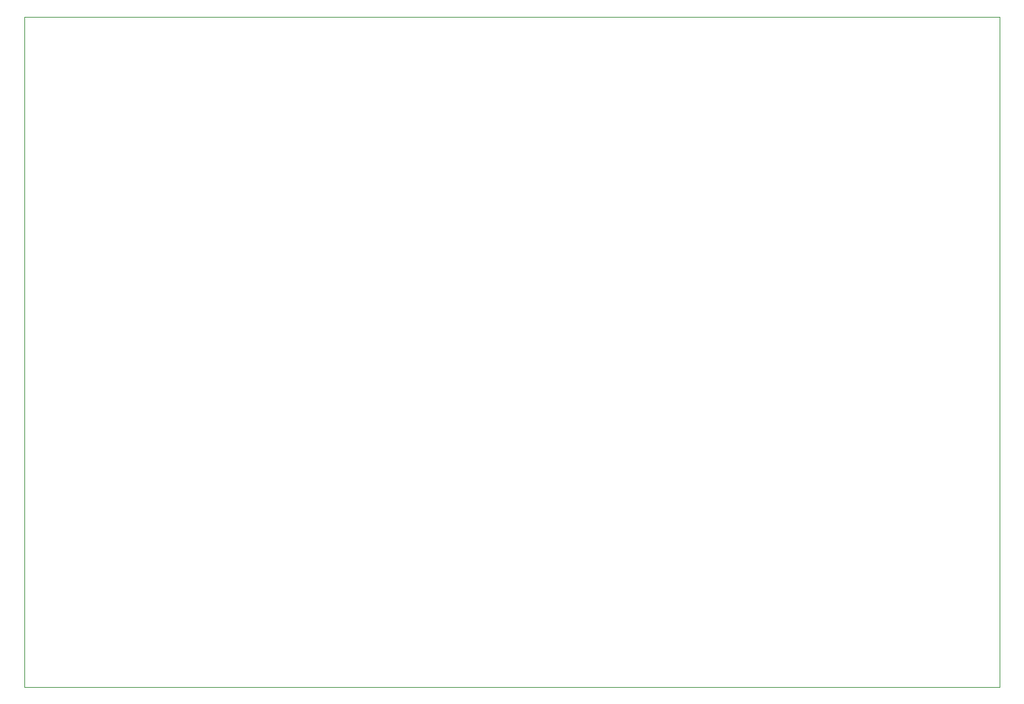
<source format=gbr>
G04 #@! TF.GenerationSoftware,KiCad,Pcbnew,(5.1.4)-1*
G04 #@! TF.CreationDate,2019-10-17T16:47:07-04:00*
G04 #@! TF.ProjectId,SegMan,5365674d-616e-42e6-9b69-6361645f7063,1.0*
G04 #@! TF.SameCoordinates,Original*
G04 #@! TF.FileFunction,Profile,NP*
%FSLAX46Y46*%
G04 Gerber Fmt 4.6, Leading zero omitted, Abs format (unit mm)*
G04 Created by KiCad (PCBNEW (5.1.4)-1) date 2019-10-17 16:47:07*
%MOMM*%
%LPD*%
G04 APERTURE LIST*
%ADD10C,0.050000*%
G04 APERTURE END LIST*
D10*
X77470000Y-146812000D02*
X77470000Y-62992000D01*
X199390000Y-146812000D02*
X77470000Y-146812000D01*
X199390000Y-62992000D02*
X199390000Y-146812000D01*
X77470000Y-62992000D02*
X199390000Y-62992000D01*
M02*

</source>
